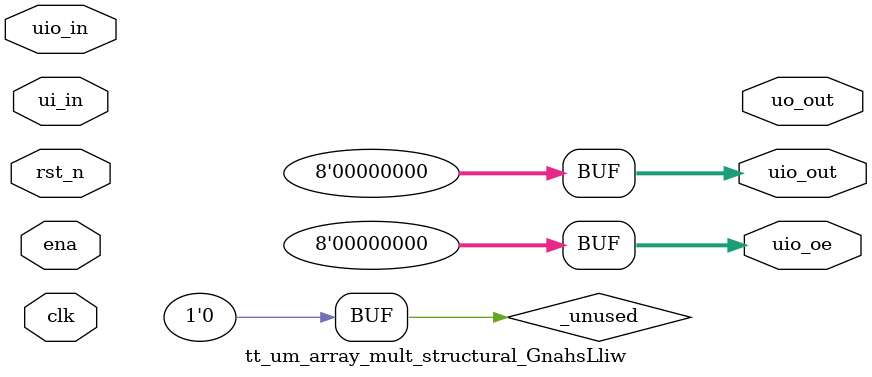
<source format=v>
/*
 * Copyright (c) 2024 Your Name
 * SPDX-License-Identifier: Apache-2.0
 */

`default_nettype none

module tt_um_array_mult_structural_GnahsLliw (
    input  wire [7:0] ui_in,    // Dedicated inputs
    output wire [7:0] uo_out,   // Dedicated outputs
    input  wire [7:0] uio_in,   // IOs: Input path
    output wire [7:0] uio_out,  // IOs: Output path
    output wire [7:0] uio_oe,   // IOs: Enable path (active high: 0=input, 1=output)
    input  wire       ena,      // always 1 when the design is powered, so you can ignore it
    input  wire       clk,      // clock
    input  wire       rst_n     // reset_n - low to reset
);

  // All output pins must be assigned. If not used, assign to 0.



  assign uio_out = 0;
  assign uio_oe  = 0;

  // List all unused inputs to prevent warnings
  wire _unused = &{ena, clk, rst_n, 1'b0};

endmodule

</source>
